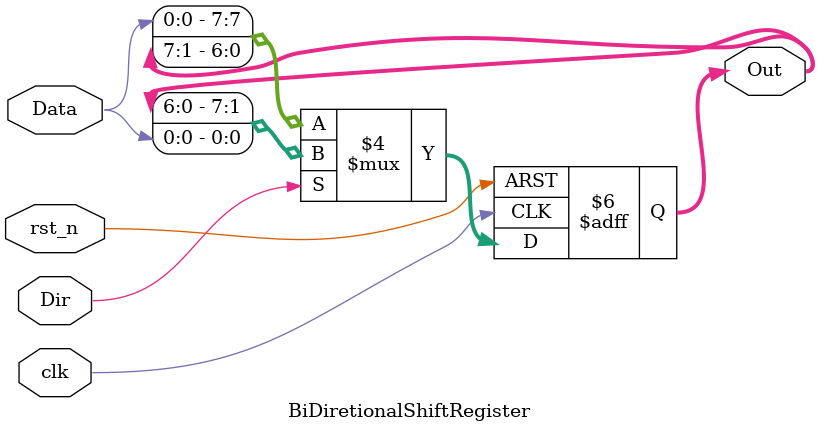
<source format=v>
`timescale 1ns / 1ps
module BiDiretionalShiftRegister(Dir, Data, clk, rst_n, Out);
   parameter DATA_WID = 8;
    input Data;
    input clk, rst_n;
    input Dir;
    output reg [DATA_WID - 1: 0] Out;
    
    always @(posedge clk or negedge rst_n) begin
        if (~rst_n) 
          Out <= 0;
        else if (Dir)
         Out <= {Out[DATA_WID - 2: 0], Data};
        else
         Out <= {Data, Out[DATA_WID - 1: 1]};
    end
endmodule

</source>
